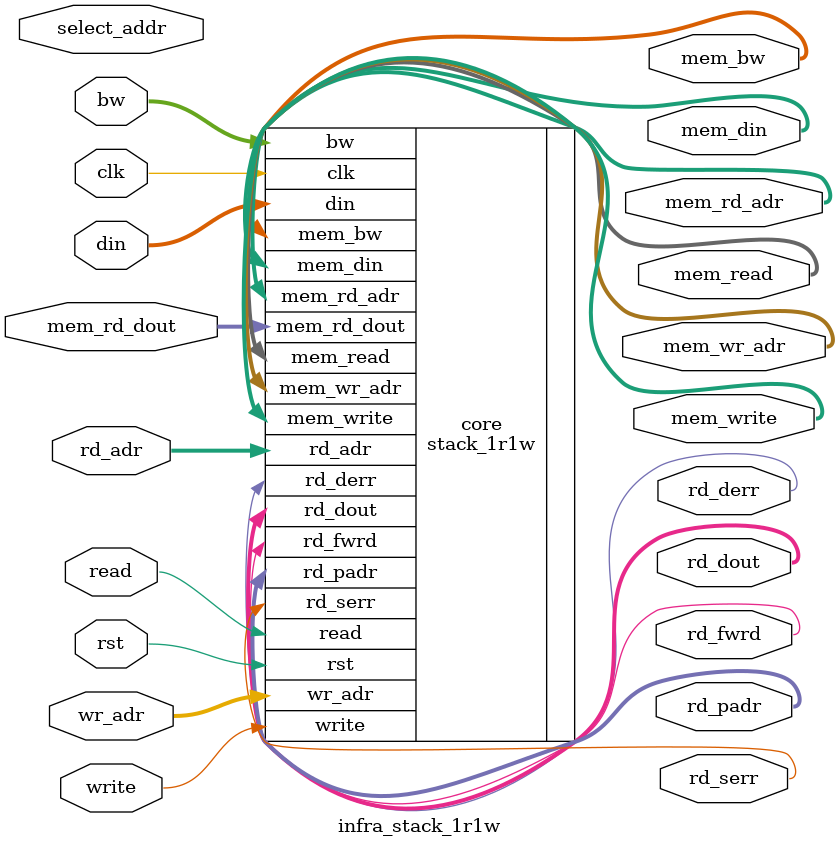
<source format=v>
module infra_stack_1r1w (write, wr_adr, bw, din, read, rd_adr, rd_dout, rd_fwrd, rd_serr, rd_derr, rd_padr,
	                 mem_write, mem_wr_adr, mem_bw, mem_din, mem_read, mem_rd_adr, mem_rd_dout,
		         clk, rst,
		         select_addr);

  parameter WIDTH = 32;
  parameter ENAPSDO = 1;
  parameter NUMADDR = 1024;
  parameter BITADDR = 10;
  parameter NUMWBNK = 4;
  parameter BITWBNK = 2;
  parameter NUMWROW = 256;
  parameter BITWROW = 8;
  parameter SRAM_DELAY = 2;
  parameter FLOPCMD = 0;
  parameter FLOPMEM = 0;
  parameter FLOPOUT = 0;
  parameter RSTZERO = 0;
  parameter CGFLOPC = 0;
  parameter CGFLOPM = 0;
  parameter CGFLOPO = 0;

  input write;
  input [BITADDR-1:0] wr_adr;
  input [WIDTH-1:0] bw;
  input [WIDTH-1:0] din;

  input read;
  input [BITADDR-1:0] rd_adr;
  output [WIDTH-1:0] rd_dout;
  output rd_fwrd;
  output rd_serr;
  output rd_derr;
  output [BITWBNK+BITWROW-1:0] rd_padr;

  output [NUMWBNK-1:0] mem_write;
  output [NUMWBNK*BITWROW-1:0] mem_wr_adr;
  output [NUMWBNK*WIDTH-1:0] mem_bw;
  output [NUMWBNK*WIDTH-1:0] mem_din;

  output [NUMWBNK-1:0] mem_read;
  output [NUMWBNK*BITWROW-1:0] mem_rd_adr;
  input [NUMWBNK*WIDTH-1:0] mem_rd_dout;

  input clk;
  input rst;

  input [BITADDR-1:0] select_addr;

  stack_1r1w #(.WIDTH (WIDTH), .ENAPSDO (ENAPSDO), .NUMADDR (NUMADDR), .BITADDR (BITADDR),
               .NUMWBNK (NUMWBNK), .BITWBNK (BITWBNK), .NUMWROW (NUMWROW), .BITWROW (BITWROW),
               .SRAM_DELAY (SRAM_DELAY), .FLOPCMD (FLOPCMD), .FLOPMEM (FLOPMEM), .FLOPOUT (FLOPOUT))
    core (.write (write), .wr_adr (wr_adr), .bw (bw), .din (din),
          .read (read), .rd_adr (rd_adr), .rd_dout (rd_dout), .rd_fwrd (rd_fwrd), .rd_serr (rd_serr), .rd_derr (rd_derr), .rd_padr (rd_padr),
          .mem_write (mem_write), .mem_wr_adr (mem_wr_adr), .mem_bw (mem_bw), .mem_din (mem_din),
          .mem_read (mem_read), .mem_rd_adr (mem_rd_adr), .mem_rd_dout (mem_rd_dout),
          .clk (clk), .rst (rst));

`ifdef FORMAL
//synopsys translate_off

assume_select_addr_range: assume property (@(posedge clk) disable iff (rst) (select_addr < NUMADDR));
assume_select_addr_stable: assume property (@(posedge clk) disable iff (rst) $stable(select_addr));

ip_top_sva_stack_1r1w #(
     .WIDTH       (WIDTH),
     .NUMADDR     (NUMADDR),
     .BITADDR     (BITADDR),
     .NUMWBNK     (NUMWBNK),
     .BITWBNK     (BITWBNK),
     .NUMWROW     (NUMWROW),
     .BITWROW     (BITWROW),
     .SRAM_DELAY  (SRAM_DELAY),
     .FLOPCMD     (FLOPCMD),
     .FLOPMEM     (FLOPMEM),
     .FLOPOUT     (FLOPOUT),
     .RSTZERO     (RSTZERO))
ip_top_sva (.*);

ip_top_sva_2_stack_1r1w #(
     .NUMADDR     (NUMADDR),
     .BITADDR     (BITADDR),
     .NUMWROW     (NUMWROW),
     .BITWROW     (BITWROW),
     .NUMWBNK     (NUMWBNK),
     .BITWBNK     (BITWBNK))
ip_top_sva_2 (.*);
//synopsys translate_on

`elsif SIM_SVA
//synopsys translate_off

genvar sva_int;
// generate for (sva_int=0; sva_int<WIDTH; sva_int=sva_int+1) begin
generate for (sva_int=0; sva_int<1; sva_int=sva_int+1) begin: sva_loop
  wire [BITADDR-1:0] help_addr = sva_int;
ip_top_sva_stack_1r1w #(
     .WIDTH       (WIDTH),
     .NUMADDR     (NUMADDR),
     .BITADDR     (BITADDR),
     .NUMWBNK     (NUMWBNK),
     .BITWBNK     (BITWBNK),
     .NUMWROW     (NUMWROW),
     .BITWROW     (BITWROW),
     .SRAM_DELAY  (SRAM_DELAY),
     .FLOPCMD     (FLOPCMD),
     .FLOPMEM     (FLOPMEM),
     .FLOPOUT     (FLOPOUT),
     .RSTZERO     (RSTZERO))
ip_top_sva (.select_addr(help_addr), .*);
end
endgenerate

ip_top_sva_2_stack_1r1w #(
     .NUMADDR     (NUMADDR),
     .BITADDR     (BITADDR),
     .NUMWROW     (NUMWROW),
     .BITWROW     (BITWROW),
     .NUMWBNK     (NUMWBNK),
     .BITWBNK     (BITWBNK))
ip_top_sva_2 (.*);
//synopsys translate_on

`endif

endmodule


</source>
